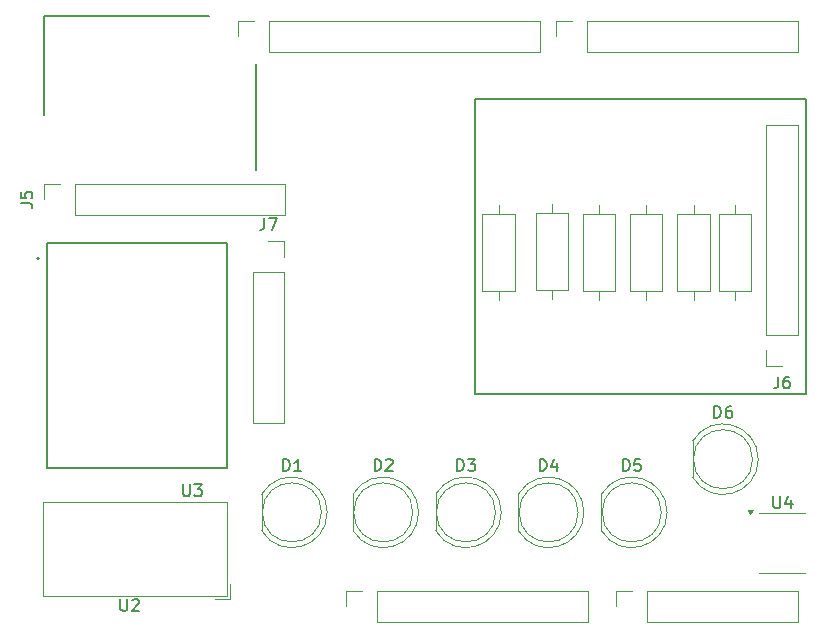
<source format=gbr>
%TF.GenerationSoftware,KiCad,Pcbnew,8.0.8*%
%TF.CreationDate,2025-03-13T23:14:19-06:00*%
%TF.ProjectId,final_project_payload,66696e61-6c5f-4707-926f-6a6563745f70,rev?*%
%TF.SameCoordinates,Original*%
%TF.FileFunction,Legend,Top*%
%TF.FilePolarity,Positive*%
%FSLAX46Y46*%
G04 Gerber Fmt 4.6, Leading zero omitted, Abs format (unit mm)*
G04 Created by KiCad (PCBNEW 8.0.8) date 2025-03-13 23:14:19*
%MOMM*%
%LPD*%
G01*
G04 APERTURE LIST*
%ADD10C,0.150000*%
%ADD11C,0.120000*%
%ADD12C,0.200000*%
%ADD13C,0.127000*%
G04 APERTURE END LIST*
D10*
X119000000Y-53000000D02*
X119000000Y-51500000D01*
X119000000Y-59000000D02*
X119000000Y-53000000D01*
X137500000Y-54500000D02*
X165500000Y-54500000D01*
X165500000Y-79500000D01*
X137500000Y-79500000D01*
X137500000Y-54500000D01*
X101000000Y-47500000D02*
X101000000Y-55850000D01*
X101000000Y-47500000D02*
X115000000Y-47500000D01*
X119000000Y-59000000D02*
X119000000Y-60500000D01*
X107478095Y-96854819D02*
X107478095Y-97664342D01*
X107478095Y-97664342D02*
X107525714Y-97759580D01*
X107525714Y-97759580D02*
X107573333Y-97807200D01*
X107573333Y-97807200D02*
X107668571Y-97854819D01*
X107668571Y-97854819D02*
X107859047Y-97854819D01*
X107859047Y-97854819D02*
X107954285Y-97807200D01*
X107954285Y-97807200D02*
X108001904Y-97759580D01*
X108001904Y-97759580D02*
X108049523Y-97664342D01*
X108049523Y-97664342D02*
X108049523Y-96854819D01*
X108478095Y-96950057D02*
X108525714Y-96902438D01*
X108525714Y-96902438D02*
X108620952Y-96854819D01*
X108620952Y-96854819D02*
X108859047Y-96854819D01*
X108859047Y-96854819D02*
X108954285Y-96902438D01*
X108954285Y-96902438D02*
X109001904Y-96950057D01*
X109001904Y-96950057D02*
X109049523Y-97045295D01*
X109049523Y-97045295D02*
X109049523Y-97140533D01*
X109049523Y-97140533D02*
X109001904Y-97283390D01*
X109001904Y-97283390D02*
X108430476Y-97854819D01*
X108430476Y-97854819D02*
X109049523Y-97854819D01*
X157756905Y-81494819D02*
X157756905Y-80494819D01*
X157756905Y-80494819D02*
X157995000Y-80494819D01*
X157995000Y-80494819D02*
X158137857Y-80542438D01*
X158137857Y-80542438D02*
X158233095Y-80637676D01*
X158233095Y-80637676D02*
X158280714Y-80732914D01*
X158280714Y-80732914D02*
X158328333Y-80923390D01*
X158328333Y-80923390D02*
X158328333Y-81066247D01*
X158328333Y-81066247D02*
X158280714Y-81256723D01*
X158280714Y-81256723D02*
X158233095Y-81351961D01*
X158233095Y-81351961D02*
X158137857Y-81447200D01*
X158137857Y-81447200D02*
X157995000Y-81494819D01*
X157995000Y-81494819D02*
X157756905Y-81494819D01*
X159185476Y-80494819D02*
X158995000Y-80494819D01*
X158995000Y-80494819D02*
X158899762Y-80542438D01*
X158899762Y-80542438D02*
X158852143Y-80590057D01*
X158852143Y-80590057D02*
X158756905Y-80732914D01*
X158756905Y-80732914D02*
X158709286Y-80923390D01*
X158709286Y-80923390D02*
X158709286Y-81304342D01*
X158709286Y-81304342D02*
X158756905Y-81399580D01*
X158756905Y-81399580D02*
X158804524Y-81447200D01*
X158804524Y-81447200D02*
X158899762Y-81494819D01*
X158899762Y-81494819D02*
X159090238Y-81494819D01*
X159090238Y-81494819D02*
X159185476Y-81447200D01*
X159185476Y-81447200D02*
X159233095Y-81399580D01*
X159233095Y-81399580D02*
X159280714Y-81304342D01*
X159280714Y-81304342D02*
X159280714Y-81066247D01*
X159280714Y-81066247D02*
X159233095Y-80971009D01*
X159233095Y-80971009D02*
X159185476Y-80923390D01*
X159185476Y-80923390D02*
X159090238Y-80875771D01*
X159090238Y-80875771D02*
X158899762Y-80875771D01*
X158899762Y-80875771D02*
X158804524Y-80923390D01*
X158804524Y-80923390D02*
X158756905Y-80971009D01*
X158756905Y-80971009D02*
X158709286Y-81066247D01*
X162763095Y-88149819D02*
X162763095Y-88959342D01*
X162763095Y-88959342D02*
X162810714Y-89054580D01*
X162810714Y-89054580D02*
X162858333Y-89102200D01*
X162858333Y-89102200D02*
X162953571Y-89149819D01*
X162953571Y-89149819D02*
X163144047Y-89149819D01*
X163144047Y-89149819D02*
X163239285Y-89102200D01*
X163239285Y-89102200D02*
X163286904Y-89054580D01*
X163286904Y-89054580D02*
X163334523Y-88959342D01*
X163334523Y-88959342D02*
X163334523Y-88149819D01*
X164239285Y-88483152D02*
X164239285Y-89149819D01*
X164001190Y-88102200D02*
X163763095Y-88816485D01*
X163763095Y-88816485D02*
X164382142Y-88816485D01*
X150031905Y-85994819D02*
X150031905Y-84994819D01*
X150031905Y-84994819D02*
X150270000Y-84994819D01*
X150270000Y-84994819D02*
X150412857Y-85042438D01*
X150412857Y-85042438D02*
X150508095Y-85137676D01*
X150508095Y-85137676D02*
X150555714Y-85232914D01*
X150555714Y-85232914D02*
X150603333Y-85423390D01*
X150603333Y-85423390D02*
X150603333Y-85566247D01*
X150603333Y-85566247D02*
X150555714Y-85756723D01*
X150555714Y-85756723D02*
X150508095Y-85851961D01*
X150508095Y-85851961D02*
X150412857Y-85947200D01*
X150412857Y-85947200D02*
X150270000Y-85994819D01*
X150270000Y-85994819D02*
X150031905Y-85994819D01*
X151508095Y-84994819D02*
X151031905Y-84994819D01*
X151031905Y-84994819D02*
X150984286Y-85471009D01*
X150984286Y-85471009D02*
X151031905Y-85423390D01*
X151031905Y-85423390D02*
X151127143Y-85375771D01*
X151127143Y-85375771D02*
X151365238Y-85375771D01*
X151365238Y-85375771D02*
X151460476Y-85423390D01*
X151460476Y-85423390D02*
X151508095Y-85471009D01*
X151508095Y-85471009D02*
X151555714Y-85566247D01*
X151555714Y-85566247D02*
X151555714Y-85804342D01*
X151555714Y-85804342D02*
X151508095Y-85899580D01*
X151508095Y-85899580D02*
X151460476Y-85947200D01*
X151460476Y-85947200D02*
X151365238Y-85994819D01*
X151365238Y-85994819D02*
X151127143Y-85994819D01*
X151127143Y-85994819D02*
X151031905Y-85947200D01*
X151031905Y-85947200D02*
X150984286Y-85899580D01*
X135991905Y-85994819D02*
X135991905Y-84994819D01*
X135991905Y-84994819D02*
X136230000Y-84994819D01*
X136230000Y-84994819D02*
X136372857Y-85042438D01*
X136372857Y-85042438D02*
X136468095Y-85137676D01*
X136468095Y-85137676D02*
X136515714Y-85232914D01*
X136515714Y-85232914D02*
X136563333Y-85423390D01*
X136563333Y-85423390D02*
X136563333Y-85566247D01*
X136563333Y-85566247D02*
X136515714Y-85756723D01*
X136515714Y-85756723D02*
X136468095Y-85851961D01*
X136468095Y-85851961D02*
X136372857Y-85947200D01*
X136372857Y-85947200D02*
X136230000Y-85994819D01*
X136230000Y-85994819D02*
X135991905Y-85994819D01*
X136896667Y-84994819D02*
X137515714Y-84994819D01*
X137515714Y-84994819D02*
X137182381Y-85375771D01*
X137182381Y-85375771D02*
X137325238Y-85375771D01*
X137325238Y-85375771D02*
X137420476Y-85423390D01*
X137420476Y-85423390D02*
X137468095Y-85471009D01*
X137468095Y-85471009D02*
X137515714Y-85566247D01*
X137515714Y-85566247D02*
X137515714Y-85804342D01*
X137515714Y-85804342D02*
X137468095Y-85899580D01*
X137468095Y-85899580D02*
X137420476Y-85947200D01*
X137420476Y-85947200D02*
X137325238Y-85994819D01*
X137325238Y-85994819D02*
X137039524Y-85994819D01*
X137039524Y-85994819D02*
X136944286Y-85947200D01*
X136944286Y-85947200D02*
X136896667Y-85899580D01*
X163166666Y-78004819D02*
X163166666Y-78719104D01*
X163166666Y-78719104D02*
X163119047Y-78861961D01*
X163119047Y-78861961D02*
X163023809Y-78957200D01*
X163023809Y-78957200D02*
X162880952Y-79004819D01*
X162880952Y-79004819D02*
X162785714Y-79004819D01*
X164071428Y-78004819D02*
X163880952Y-78004819D01*
X163880952Y-78004819D02*
X163785714Y-78052438D01*
X163785714Y-78052438D02*
X163738095Y-78100057D01*
X163738095Y-78100057D02*
X163642857Y-78242914D01*
X163642857Y-78242914D02*
X163595238Y-78433390D01*
X163595238Y-78433390D02*
X163595238Y-78814342D01*
X163595238Y-78814342D02*
X163642857Y-78909580D01*
X163642857Y-78909580D02*
X163690476Y-78957200D01*
X163690476Y-78957200D02*
X163785714Y-79004819D01*
X163785714Y-79004819D02*
X163976190Y-79004819D01*
X163976190Y-79004819D02*
X164071428Y-78957200D01*
X164071428Y-78957200D02*
X164119047Y-78909580D01*
X164119047Y-78909580D02*
X164166666Y-78814342D01*
X164166666Y-78814342D02*
X164166666Y-78576247D01*
X164166666Y-78576247D02*
X164119047Y-78481009D01*
X164119047Y-78481009D02*
X164071428Y-78433390D01*
X164071428Y-78433390D02*
X163976190Y-78385771D01*
X163976190Y-78385771D02*
X163785714Y-78385771D01*
X163785714Y-78385771D02*
X163690476Y-78433390D01*
X163690476Y-78433390D02*
X163642857Y-78481009D01*
X163642857Y-78481009D02*
X163595238Y-78576247D01*
X99024819Y-63333333D02*
X99739104Y-63333333D01*
X99739104Y-63333333D02*
X99881961Y-63380952D01*
X99881961Y-63380952D02*
X99977200Y-63476190D01*
X99977200Y-63476190D02*
X100024819Y-63619047D01*
X100024819Y-63619047D02*
X100024819Y-63714285D01*
X99024819Y-62380952D02*
X99024819Y-62857142D01*
X99024819Y-62857142D02*
X99501009Y-62904761D01*
X99501009Y-62904761D02*
X99453390Y-62857142D01*
X99453390Y-62857142D02*
X99405771Y-62761904D01*
X99405771Y-62761904D02*
X99405771Y-62523809D01*
X99405771Y-62523809D02*
X99453390Y-62428571D01*
X99453390Y-62428571D02*
X99501009Y-62380952D01*
X99501009Y-62380952D02*
X99596247Y-62333333D01*
X99596247Y-62333333D02*
X99834342Y-62333333D01*
X99834342Y-62333333D02*
X99929580Y-62380952D01*
X99929580Y-62380952D02*
X99977200Y-62428571D01*
X99977200Y-62428571D02*
X100024819Y-62523809D01*
X100024819Y-62523809D02*
X100024819Y-62761904D01*
X100024819Y-62761904D02*
X99977200Y-62857142D01*
X99977200Y-62857142D02*
X99929580Y-62904761D01*
X142991905Y-85994819D02*
X142991905Y-84994819D01*
X142991905Y-84994819D02*
X143230000Y-84994819D01*
X143230000Y-84994819D02*
X143372857Y-85042438D01*
X143372857Y-85042438D02*
X143468095Y-85137676D01*
X143468095Y-85137676D02*
X143515714Y-85232914D01*
X143515714Y-85232914D02*
X143563333Y-85423390D01*
X143563333Y-85423390D02*
X143563333Y-85566247D01*
X143563333Y-85566247D02*
X143515714Y-85756723D01*
X143515714Y-85756723D02*
X143468095Y-85851961D01*
X143468095Y-85851961D02*
X143372857Y-85947200D01*
X143372857Y-85947200D02*
X143230000Y-85994819D01*
X143230000Y-85994819D02*
X142991905Y-85994819D01*
X144420476Y-85328152D02*
X144420476Y-85994819D01*
X144182381Y-84947200D02*
X143944286Y-85661485D01*
X143944286Y-85661485D02*
X144563333Y-85661485D01*
X119666666Y-64564819D02*
X119666666Y-65279104D01*
X119666666Y-65279104D02*
X119619047Y-65421961D01*
X119619047Y-65421961D02*
X119523809Y-65517200D01*
X119523809Y-65517200D02*
X119380952Y-65564819D01*
X119380952Y-65564819D02*
X119285714Y-65564819D01*
X120047619Y-64564819D02*
X120714285Y-64564819D01*
X120714285Y-64564819D02*
X120285714Y-65564819D01*
X112783095Y-87119819D02*
X112783095Y-87929342D01*
X112783095Y-87929342D02*
X112830714Y-88024580D01*
X112830714Y-88024580D02*
X112878333Y-88072200D01*
X112878333Y-88072200D02*
X112973571Y-88119819D01*
X112973571Y-88119819D02*
X113164047Y-88119819D01*
X113164047Y-88119819D02*
X113259285Y-88072200D01*
X113259285Y-88072200D02*
X113306904Y-88024580D01*
X113306904Y-88024580D02*
X113354523Y-87929342D01*
X113354523Y-87929342D02*
X113354523Y-87119819D01*
X113735476Y-87119819D02*
X114354523Y-87119819D01*
X114354523Y-87119819D02*
X114021190Y-87500771D01*
X114021190Y-87500771D02*
X114164047Y-87500771D01*
X114164047Y-87500771D02*
X114259285Y-87548390D01*
X114259285Y-87548390D02*
X114306904Y-87596009D01*
X114306904Y-87596009D02*
X114354523Y-87691247D01*
X114354523Y-87691247D02*
X114354523Y-87929342D01*
X114354523Y-87929342D02*
X114306904Y-88024580D01*
X114306904Y-88024580D02*
X114259285Y-88072200D01*
X114259285Y-88072200D02*
X114164047Y-88119819D01*
X114164047Y-88119819D02*
X113878333Y-88119819D01*
X113878333Y-88119819D02*
X113783095Y-88072200D01*
X113783095Y-88072200D02*
X113735476Y-88024580D01*
X121256905Y-85994819D02*
X121256905Y-84994819D01*
X121256905Y-84994819D02*
X121495000Y-84994819D01*
X121495000Y-84994819D02*
X121637857Y-85042438D01*
X121637857Y-85042438D02*
X121733095Y-85137676D01*
X121733095Y-85137676D02*
X121780714Y-85232914D01*
X121780714Y-85232914D02*
X121828333Y-85423390D01*
X121828333Y-85423390D02*
X121828333Y-85566247D01*
X121828333Y-85566247D02*
X121780714Y-85756723D01*
X121780714Y-85756723D02*
X121733095Y-85851961D01*
X121733095Y-85851961D02*
X121637857Y-85947200D01*
X121637857Y-85947200D02*
X121495000Y-85994819D01*
X121495000Y-85994819D02*
X121256905Y-85994819D01*
X122780714Y-85994819D02*
X122209286Y-85994819D01*
X122495000Y-85994819D02*
X122495000Y-84994819D01*
X122495000Y-84994819D02*
X122399762Y-85137676D01*
X122399762Y-85137676D02*
X122304524Y-85232914D01*
X122304524Y-85232914D02*
X122209286Y-85280533D01*
X128991905Y-85994819D02*
X128991905Y-84994819D01*
X128991905Y-84994819D02*
X129230000Y-84994819D01*
X129230000Y-84994819D02*
X129372857Y-85042438D01*
X129372857Y-85042438D02*
X129468095Y-85137676D01*
X129468095Y-85137676D02*
X129515714Y-85232914D01*
X129515714Y-85232914D02*
X129563333Y-85423390D01*
X129563333Y-85423390D02*
X129563333Y-85566247D01*
X129563333Y-85566247D02*
X129515714Y-85756723D01*
X129515714Y-85756723D02*
X129468095Y-85851961D01*
X129468095Y-85851961D02*
X129372857Y-85947200D01*
X129372857Y-85947200D02*
X129230000Y-85994819D01*
X129230000Y-85994819D02*
X128991905Y-85994819D01*
X129944286Y-85090057D02*
X129991905Y-85042438D01*
X129991905Y-85042438D02*
X130087143Y-84994819D01*
X130087143Y-84994819D02*
X130325238Y-84994819D01*
X130325238Y-84994819D02*
X130420476Y-85042438D01*
X130420476Y-85042438D02*
X130468095Y-85090057D01*
X130468095Y-85090057D02*
X130515714Y-85185295D01*
X130515714Y-85185295D02*
X130515714Y-85280533D01*
X130515714Y-85280533D02*
X130468095Y-85423390D01*
X130468095Y-85423390D02*
X129896667Y-85994819D01*
X129896667Y-85994819D02*
X130515714Y-85994819D01*
D11*
%TO.C,J1*%
X126610000Y-96130000D02*
X127940000Y-96130000D01*
X126610000Y-97460000D02*
X126610000Y-96130000D01*
X129210000Y-96130000D02*
X147050000Y-96130000D01*
X129210000Y-98790000D02*
X129210000Y-96130000D01*
X129210000Y-98790000D02*
X147050000Y-98790000D01*
X147050000Y-98790000D02*
X147050000Y-96130000D01*
%TO.C,J3*%
X149470000Y-96130000D02*
X150800000Y-96130000D01*
X149470000Y-97460000D02*
X149470000Y-96130000D01*
X152070000Y-96130000D02*
X164830000Y-96130000D01*
X152070000Y-98790000D02*
X152070000Y-96130000D01*
X152070000Y-98790000D02*
X164830000Y-98790000D01*
X164830000Y-98790000D02*
X164830000Y-96130000D01*
%TO.C,J2*%
X117466000Y-47870000D02*
X118796000Y-47870000D01*
X117466000Y-49200000D02*
X117466000Y-47870000D01*
X120066000Y-47870000D02*
X142986000Y-47870000D01*
X120066000Y-50530000D02*
X120066000Y-47870000D01*
X120066000Y-50530000D02*
X142986000Y-50530000D01*
X142986000Y-50530000D02*
X142986000Y-47870000D01*
%TO.C,J4*%
X144390000Y-47870000D02*
X145720000Y-47870000D01*
X144390000Y-49200000D02*
X144390000Y-47870000D01*
X146990000Y-47870000D02*
X164830000Y-47870000D01*
X146990000Y-50530000D02*
X146990000Y-47870000D01*
X146990000Y-50530000D02*
X164830000Y-50530000D01*
X164830000Y-50530000D02*
X164830000Y-47870000D01*
%TO.C,U2*%
X116740000Y-96850000D02*
X115470000Y-96850000D01*
X116740000Y-95580000D02*
X116740000Y-96850000D01*
X116490000Y-96600000D02*
X100890000Y-96600000D01*
X116490000Y-88600000D02*
X116490000Y-96600000D01*
X100890000Y-96600000D02*
X100890000Y-88600000D01*
X100890000Y-88600000D02*
X116490000Y-88600000D01*
%TO.C,D6*%
X160995000Y-85000000D02*
G75*
G02*
X155995000Y-85000000I-2500000J0D01*
G01*
X155995000Y-85000000D02*
G75*
G02*
X160995000Y-85000000I2500000J0D01*
G01*
X161485000Y-85000048D02*
G75*
G02*
X155935000Y-86544830I-2990000J48D01*
G01*
X155935000Y-83455170D02*
G75*
G02*
X161485000Y-84999952I2560000J-1544830D01*
G01*
X155935000Y-83455000D02*
X155935000Y-86545000D01*
%TO.C,U4*%
X160825000Y-89630000D02*
X160585000Y-89300000D01*
X161065000Y-89300000D01*
X160825000Y-89630000D01*
G36*
X160825000Y-89630000D02*
G01*
X160585000Y-89300000D01*
X161065000Y-89300000D01*
X160825000Y-89630000D01*
G37*
X163525000Y-94655000D02*
X165475000Y-94655000D01*
X163525000Y-94655000D02*
X161575000Y-94655000D01*
X163525000Y-89535000D02*
X165475000Y-89535000D01*
X163525000Y-89535000D02*
X161575000Y-89535000D01*
%TO.C,D5*%
X153270000Y-89500000D02*
G75*
G02*
X148270000Y-89500000I-2500000J0D01*
G01*
X148270000Y-89500000D02*
G75*
G02*
X153270000Y-89500000I2500000J0D01*
G01*
X153760000Y-89500048D02*
G75*
G02*
X148210000Y-91044830I-2990000J48D01*
G01*
X148210000Y-87955170D02*
G75*
G02*
X153760000Y-89499952I2560000J-1544830D01*
G01*
X148210000Y-87955000D02*
X148210000Y-91045000D01*
%TO.C,D3*%
X139230000Y-89500000D02*
G75*
G02*
X134230000Y-89500000I-2500000J0D01*
G01*
X134230000Y-89500000D02*
G75*
G02*
X139230000Y-89500000I2500000J0D01*
G01*
X139720000Y-89500048D02*
G75*
G02*
X134170000Y-91044830I-2990000J48D01*
G01*
X134170000Y-87955170D02*
G75*
G02*
X139720000Y-89499952I2560000J-1544830D01*
G01*
X134170000Y-87955000D02*
X134170000Y-91045000D01*
%TO.C,J6*%
X164830000Y-74510000D02*
X164830000Y-56670000D01*
X164830000Y-74510000D02*
X162170000Y-74510000D01*
X164830000Y-56670000D02*
X162170000Y-56670000D01*
X163500000Y-77110000D02*
X162170000Y-77110000D01*
X162170000Y-77110000D02*
X162170000Y-75780000D01*
X162170000Y-74510000D02*
X162170000Y-56670000D01*
%TO.C,J5*%
X121450000Y-64330000D02*
X121450000Y-61670000D01*
X103610000Y-64330000D02*
X121450000Y-64330000D01*
X103610000Y-64330000D02*
X103610000Y-61670000D01*
X103610000Y-61670000D02*
X121450000Y-61670000D01*
X101010000Y-63000000D02*
X101010000Y-61670000D01*
X101010000Y-61670000D02*
X102340000Y-61670000D01*
%TO.C,R3*%
X149370000Y-70770000D02*
X149370000Y-64230000D01*
X149370000Y-64230000D02*
X146630000Y-64230000D01*
X148000000Y-71540000D02*
X148000000Y-70770000D01*
X148000000Y-63460000D02*
X148000000Y-64230000D01*
X146630000Y-70770000D02*
X149370000Y-70770000D01*
X146630000Y-64230000D02*
X146630000Y-70770000D01*
%TO.C,D4*%
X146230000Y-89500000D02*
G75*
G02*
X141230000Y-89500000I-2500000J0D01*
G01*
X141230000Y-89500000D02*
G75*
G02*
X146230000Y-89500000I2500000J0D01*
G01*
X146720000Y-89500048D02*
G75*
G02*
X141170000Y-91044830I-2990000J48D01*
G01*
X141170000Y-87955170D02*
G75*
G02*
X146720000Y-89499952I2560000J-1544830D01*
G01*
X141170000Y-87955000D02*
X141170000Y-91045000D01*
%TO.C,J7*%
X118670000Y-69150000D02*
X118670000Y-81910000D01*
X118670000Y-69150000D02*
X121330000Y-69150000D01*
X118670000Y-81910000D02*
X121330000Y-81910000D01*
X120000000Y-66550000D02*
X121330000Y-66550000D01*
X121330000Y-66550000D02*
X121330000Y-67880000D01*
X121330000Y-69150000D02*
X121330000Y-81910000D01*
D12*
%TO.C,U3*%
X100580000Y-68000000D02*
G75*
G02*
X100380000Y-68000000I-100000J0D01*
G01*
X100380000Y-68000000D02*
G75*
G02*
X100580000Y-68000000I100000J0D01*
G01*
D13*
X116470000Y-85780000D02*
X101230000Y-85780000D01*
X116470000Y-66730000D02*
X116470000Y-85780000D01*
X101230000Y-85780000D02*
X101230000Y-66730000D01*
X101230000Y-66730000D02*
X116470000Y-66730000D01*
D11*
%TO.C,D1*%
X124495000Y-89500000D02*
G75*
G02*
X119495000Y-89500000I-2500000J0D01*
G01*
X119495000Y-89500000D02*
G75*
G02*
X124495000Y-89500000I2500000J0D01*
G01*
X124985000Y-89500048D02*
G75*
G02*
X119435000Y-91044830I-2990000J48D01*
G01*
X119435000Y-87955170D02*
G75*
G02*
X124985000Y-89499952I2560000J-1544830D01*
G01*
X119435000Y-87955000D02*
X119435000Y-91045000D01*
%TO.C,R6*%
X160870000Y-70770000D02*
X160870000Y-64230000D01*
X160870000Y-64230000D02*
X158130000Y-64230000D01*
X159500000Y-71540000D02*
X159500000Y-70770000D01*
X159500000Y-63460000D02*
X159500000Y-64230000D01*
X158130000Y-70770000D02*
X160870000Y-70770000D01*
X158130000Y-64230000D02*
X158130000Y-70770000D01*
%TO.C,R2*%
X145370000Y-70690000D02*
X145370000Y-64150000D01*
X145370000Y-64150000D02*
X142630000Y-64150000D01*
X144000000Y-71460000D02*
X144000000Y-70690000D01*
X144000000Y-63380000D02*
X144000000Y-64150000D01*
X142630000Y-70690000D02*
X145370000Y-70690000D01*
X142630000Y-64150000D02*
X142630000Y-70690000D01*
%TO.C,D2*%
X132230000Y-89500000D02*
G75*
G02*
X127230000Y-89500000I-2500000J0D01*
G01*
X127230000Y-89500000D02*
G75*
G02*
X132230000Y-89500000I2500000J0D01*
G01*
X132720000Y-89500048D02*
G75*
G02*
X127170000Y-91044830I-2990000J48D01*
G01*
X127170000Y-87955170D02*
G75*
G02*
X132720000Y-89499952I2560000J-1544830D01*
G01*
X127170000Y-87955000D02*
X127170000Y-91045000D01*
%TO.C,R4*%
X153370000Y-70770000D02*
X153370000Y-64230000D01*
X153370000Y-64230000D02*
X150630000Y-64230000D01*
X152000000Y-71540000D02*
X152000000Y-70770000D01*
X152000000Y-63460000D02*
X152000000Y-64230000D01*
X150630000Y-70770000D02*
X153370000Y-70770000D01*
X150630000Y-64230000D02*
X150630000Y-70770000D01*
%TO.C,R1*%
X140870000Y-70770000D02*
X140870000Y-64230000D01*
X140870000Y-64230000D02*
X138130000Y-64230000D01*
X139500000Y-71540000D02*
X139500000Y-70770000D01*
X139500000Y-63460000D02*
X139500000Y-64230000D01*
X138130000Y-70770000D02*
X140870000Y-70770000D01*
X138130000Y-64230000D02*
X138130000Y-70770000D01*
%TO.C,R5*%
X157370000Y-70770000D02*
X157370000Y-64230000D01*
X157370000Y-64230000D02*
X154630000Y-64230000D01*
X156000000Y-71540000D02*
X156000000Y-70770000D01*
X156000000Y-63460000D02*
X156000000Y-64230000D01*
X154630000Y-70770000D02*
X157370000Y-70770000D01*
X154630000Y-64230000D02*
X154630000Y-70770000D01*
%TD*%
M02*

</source>
